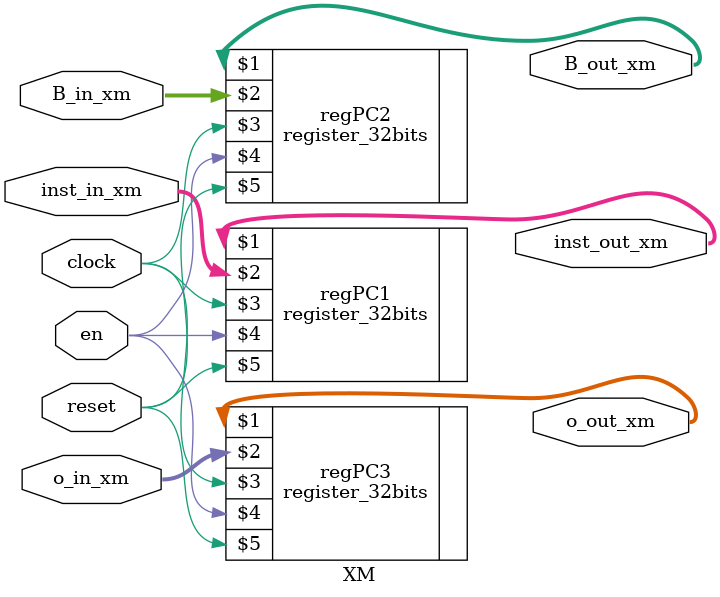
<source format=v>
module XM(inst_out_xm, B_out_xm, o_out_xm, inst_in_xm, B_in_xm, o_in_xm, clock, en, reset);
    input [31:0] B_in_xm, o_in_xm, inst_in_xm;
    input clock, en, reset;
    output [31:0] inst_out_xm, B_out_xm, o_out_xm;

    register_32bits regPC1(inst_out_xm, inst_in_xm, clock, en, reset);
    register_32bits regPC2(B_out_xm, B_in_xm, clock, en, reset);
    register_32bits regPC3(o_out_xm, o_in_xm, clock, en, reset);
    
endmodule
</source>
